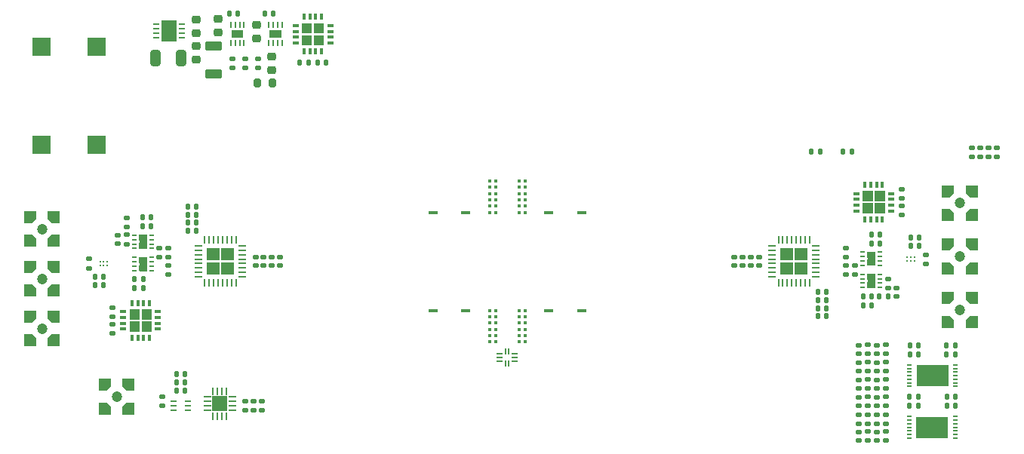
<source format=gbr>
%TF.GenerationSoftware,KiCad,Pcbnew,7.0.9*%
%TF.CreationDate,2023-12-11T14:06:03-05:00*%
%TF.ProjectId,pixel_char_fall2023,70697865-6c5f-4636-9861-725f66616c6c,rev?*%
%TF.SameCoordinates,Original*%
%TF.FileFunction,Paste,Top*%
%TF.FilePolarity,Positive*%
%FSLAX46Y46*%
G04 Gerber Fmt 4.6, Leading zero omitted, Abs format (unit mm)*
G04 Created by KiCad (PCBNEW 7.0.9) date 2023-12-11 14:06:03*
%MOMM*%
%LPD*%
G01*
G04 APERTURE LIST*
G04 Aperture macros list*
%AMRoundRect*
0 Rectangle with rounded corners*
0 $1 Rounding radius*
0 $2 $3 $4 $5 $6 $7 $8 $9 X,Y pos of 4 corners*
0 Add a 4 corners polygon primitive as box body*
4,1,4,$2,$3,$4,$5,$6,$7,$8,$9,$2,$3,0*
0 Add four circle primitives for the rounded corners*
1,1,$1+$1,$2,$3*
1,1,$1+$1,$4,$5*
1,1,$1+$1,$6,$7*
1,1,$1+$1,$8,$9*
0 Add four rect primitives between the rounded corners*
20,1,$1+$1,$2,$3,$4,$5,0*
20,1,$1+$1,$4,$5,$6,$7,0*
20,1,$1+$1,$6,$7,$8,$9,0*
20,1,$1+$1,$8,$9,$2,$3,0*%
%AMOutline5P*
0 Free polygon, 5 corners , with rotation*
0 The origin of the aperture is its center*
0 number of corners: always 5*
0 $1 to $10 corner X, Y*
0 $11 Rotation angle, in degrees counterclockwise*
0 create outline with 5 corners*
4,1,5,$1,$2,$3,$4,$5,$6,$7,$8,$9,$10,$1,$2,$11*%
%AMOutline6P*
0 Free polygon, 6 corners , with rotation*
0 The origin of the aperture is its center*
0 number of corners: always 6*
0 $1 to $12 corner X, Y*
0 $13 Rotation angle, in degrees counterclockwise*
0 create outline with 6 corners*
4,1,6,$1,$2,$3,$4,$5,$6,$7,$8,$9,$10,$11,$12,$1,$2,$13*%
%AMOutline7P*
0 Free polygon, 7 corners , with rotation*
0 The origin of the aperture is its center*
0 number of corners: always 7*
0 $1 to $14 corner X, Y*
0 $15 Rotation angle, in degrees counterclockwise*
0 create outline with 7 corners*
4,1,7,$1,$2,$3,$4,$5,$6,$7,$8,$9,$10,$11,$12,$13,$14,$1,$2,$15*%
%AMOutline8P*
0 Free polygon, 8 corners , with rotation*
0 The origin of the aperture is its center*
0 number of corners: always 8*
0 $1 to $16 corner X, Y*
0 $17 Rotation angle, in degrees counterclockwise*
0 create outline with 8 corners*
4,1,8,$1,$2,$3,$4,$5,$6,$7,$8,$9,$10,$11,$12,$13,$14,$15,$16,$1,$2,$17*%
G04 Aperture macros list end*
%ADD10R,0.558800X0.203200*%
%ADD11R,3.606800X2.387600*%
%ADD12R,0.812800X0.254000*%
%ADD13R,0.254000X0.812800*%
%ADD14RoundRect,0.140000X0.170000X-0.140000X0.170000X0.140000X-0.170000X0.140000X-0.170000X-0.140000X0*%
%ADD15C,1.200000*%
%ADD16Outline5P,-0.650000X0.260000X-0.260000X0.650000X0.650000X0.650000X0.650000X-0.650000X-0.650000X-0.650000X180.000000*%
%ADD17Outline5P,-0.650000X0.260000X-0.260000X0.650000X0.650000X0.650000X0.650000X-0.650000X-0.650000X-0.650000X270.000000*%
%ADD18Outline5P,-0.650000X0.260000X-0.260000X0.650000X0.650000X0.650000X0.650000X-0.650000X-0.650000X-0.650000X90.000000*%
%ADD19Outline5P,-0.650000X0.260000X-0.260000X0.650000X0.650000X0.650000X0.650000X-0.650000X-0.650000X-0.650000X0.000000*%
%ADD20RoundRect,0.135000X0.185000X-0.135000X0.185000X0.135000X-0.185000X0.135000X-0.185000X-0.135000X0*%
%ADD21RoundRect,0.140000X0.140000X0.170000X-0.140000X0.170000X-0.140000X-0.170000X0.140000X-0.170000X0*%
%ADD22RoundRect,0.140000X-0.170000X0.140000X-0.170000X-0.140000X0.170000X-0.140000X0.170000X0.140000X0*%
%ADD23RoundRect,0.140000X-0.140000X-0.170000X0.140000X-0.170000X0.140000X0.170000X-0.140000X0.170000X0*%
%ADD24R,2.000000X2.000000*%
%ADD25RoundRect,0.135000X0.135000X0.185000X-0.135000X0.185000X-0.135000X-0.185000X0.135000X-0.185000X0*%
%ADD26RoundRect,0.079500X-0.079500X-0.100500X0.079500X-0.100500X0.079500X0.100500X-0.079500X0.100500X0*%
%ADD27R,0.499999X0.249999*%
%ADD28R,0.900001X1.599999*%
%ADD29R,1.651000X1.651000*%
%ADD30RoundRect,0.135000X-0.185000X0.135000X-0.185000X-0.135000X0.185000X-0.135000X0.185000X0.135000X0*%
%ADD31RoundRect,0.079500X0.079500X0.100500X-0.079500X0.100500X-0.079500X-0.100500X0.079500X-0.100500X0*%
%ADD32RoundRect,0.225000X-0.250000X0.225000X-0.250000X-0.225000X0.250000X-0.225000X0.250000X0.225000X0*%
%ADD33R,1.016000X0.457200*%
%ADD34R,0.203200X0.711200*%
%ADD35R,1.295400X0.889000*%
%ADD36C,0.254000*%
%ADD37R,0.711200X0.304800*%
%ADD38R,0.304800X0.711200*%
%ADD39RoundRect,0.250000X-0.325000X-0.650000X0.325000X-0.650000X0.325000X0.650000X-0.325000X0.650000X0*%
%ADD40RoundRect,0.135000X-0.135000X-0.185000X0.135000X-0.185000X0.135000X0.185000X-0.135000X0.185000X0*%
%ADD41R,0.787400X0.254000*%
%ADD42R,1.752600X2.489200*%
%ADD43R,0.203200X0.762000*%
%ADD44R,0.762000X0.203200*%
%ADD45RoundRect,0.250000X-0.700000X0.275000X-0.700000X-0.275000X0.700000X-0.275000X0.700000X0.275000X0*%
%ADD46R,0.711200X0.228600*%
%ADD47RoundRect,0.225000X0.250000X-0.225000X0.250000X0.225000X-0.250000X0.225000X-0.250000X-0.225000X0*%
%ADD48RoundRect,0.200000X0.200000X0.275000X-0.200000X0.275000X-0.200000X-0.275000X0.200000X-0.275000X0*%
G04 APERTURE END LIST*
%TO.C,U3*%
G36*
X181825200Y-104075200D02*
G01*
X180425000Y-104075200D01*
X180425000Y-102675000D01*
X181825200Y-102675000D01*
X181825200Y-104075200D01*
G37*
G36*
X181825200Y-102475000D02*
G01*
X180425000Y-102475000D01*
X180425000Y-101074800D01*
X181825200Y-101074800D01*
X181825200Y-102475000D01*
G37*
G36*
X180225000Y-104075200D02*
G01*
X178824800Y-104075200D01*
X178824800Y-102675000D01*
X180225000Y-102675000D01*
X180225000Y-104075200D01*
G37*
G36*
X180225000Y-102475000D02*
G01*
X178824800Y-102475000D01*
X178824800Y-101074800D01*
X180225000Y-101074800D01*
X180225000Y-102475000D01*
G37*
%TO.C,U2*%
G36*
X115875000Y-102475000D02*
G01*
X114474800Y-102475000D01*
X114474800Y-101074800D01*
X115875000Y-101074800D01*
X115875000Y-102475000D01*
G37*
G36*
X115875000Y-104075200D02*
G01*
X114474800Y-104075200D01*
X114474800Y-102675000D01*
X115875000Y-102675000D01*
X115875000Y-104075200D01*
G37*
G36*
X117475200Y-102475000D02*
G01*
X116075000Y-102475000D01*
X116075000Y-101074800D01*
X117475200Y-101074800D01*
X117475200Y-102475000D01*
G37*
G36*
X117475200Y-104075200D02*
G01*
X116075000Y-104075200D01*
X116075000Y-102675000D01*
X117475200Y-102675000D01*
X117475200Y-104075200D01*
G37*
%TO.C,U19*%
G36*
X107710561Y-99575944D02*
G01*
X107719753Y-99578733D01*
X107728224Y-99583262D01*
X107735648Y-99589355D01*
X107741742Y-99596780D01*
X107746270Y-99605250D01*
X107749059Y-99614443D01*
X107750002Y-99624003D01*
X107750002Y-100226004D01*
X107749059Y-100235564D01*
X107746270Y-100244756D01*
X107741742Y-100253227D01*
X107735648Y-100260652D01*
X107728224Y-100266745D01*
X107719753Y-100271274D01*
X107710561Y-100274063D01*
X107701000Y-100275005D01*
X106899000Y-100275005D01*
X106889439Y-100274063D01*
X106880247Y-100271274D01*
X106871776Y-100266745D01*
X106864352Y-100260652D01*
X106858258Y-100253227D01*
X106853730Y-100244756D01*
X106850941Y-100235564D01*
X106849998Y-100226004D01*
X106849998Y-99624003D01*
X106850941Y-99614443D01*
X106853730Y-99605250D01*
X106858258Y-99596780D01*
X106864352Y-99589355D01*
X106871776Y-99583262D01*
X106880247Y-99578733D01*
X106889439Y-99575944D01*
X106899000Y-99575004D01*
X107701000Y-99575004D01*
X107710561Y-99575944D01*
G37*
G36*
X107710561Y-100475942D02*
G01*
X107719753Y-100478731D01*
X107728224Y-100483260D01*
X107735648Y-100489353D01*
X107741742Y-100496778D01*
X107746270Y-100505249D01*
X107749059Y-100514441D01*
X107750002Y-100524001D01*
X107750002Y-101126002D01*
X107749059Y-101135562D01*
X107746270Y-101144755D01*
X107741742Y-101153226D01*
X107735648Y-101160650D01*
X107728224Y-101166743D01*
X107719753Y-101171272D01*
X107710561Y-101174061D01*
X107701000Y-101175003D01*
X106899000Y-101175003D01*
X106889439Y-101174061D01*
X106880247Y-101171272D01*
X106871776Y-101166743D01*
X106864352Y-101160650D01*
X106858258Y-101153226D01*
X106853730Y-101144755D01*
X106850941Y-101135562D01*
X106849998Y-101126002D01*
X106849998Y-100524001D01*
X106850941Y-100514441D01*
X106853730Y-100505249D01*
X106858258Y-100496778D01*
X106864352Y-100489353D01*
X106871776Y-100483260D01*
X106880247Y-100478731D01*
X106889439Y-100475942D01*
X106899000Y-100475002D01*
X107701000Y-100475002D01*
X107710561Y-100475942D01*
G37*
%TO.C,U7*%
G36*
X118522700Y-77469500D02*
G01*
X117227300Y-77469500D01*
X117227300Y-76580500D01*
X118522700Y-76580500D01*
X118522700Y-77469500D01*
G37*
%TO.C,U9*%
G36*
X127589300Y-78321201D02*
G01*
X126443100Y-78321201D01*
X126443100Y-77175001D01*
X127589300Y-77175001D01*
X127589300Y-78321201D01*
G37*
G36*
X127589300Y-76975001D02*
G01*
X126443100Y-76975001D01*
X126443100Y-75828801D01*
X127589300Y-75828801D01*
X127589300Y-76975001D01*
G37*
G36*
X126243100Y-78321201D02*
G01*
X125096900Y-78321201D01*
X125096900Y-77175001D01*
X126243100Y-77175001D01*
X126243100Y-78321201D01*
G37*
G36*
X126243100Y-76975001D02*
G01*
X125096900Y-76975001D01*
X125096900Y-75828801D01*
X126243100Y-75828801D01*
X126243100Y-76975001D01*
G37*
%TO.C,U15*%
G36*
X189410561Y-104875937D02*
G01*
X189419753Y-104878726D01*
X189428224Y-104883255D01*
X189435648Y-104889348D01*
X189441742Y-104896773D01*
X189446270Y-104905244D01*
X189449059Y-104914436D01*
X189450002Y-104923996D01*
X189450002Y-105525997D01*
X189449059Y-105535557D01*
X189446270Y-105544750D01*
X189441742Y-105553220D01*
X189435648Y-105560645D01*
X189428224Y-105566738D01*
X189419753Y-105571267D01*
X189410561Y-105574056D01*
X189401000Y-105574996D01*
X188599000Y-105574996D01*
X188589439Y-105574056D01*
X188580247Y-105571267D01*
X188571776Y-105566738D01*
X188564352Y-105560645D01*
X188558258Y-105553220D01*
X188553730Y-105544750D01*
X188550941Y-105535557D01*
X188549998Y-105525997D01*
X188549998Y-104923996D01*
X188550941Y-104914436D01*
X188553730Y-104905244D01*
X188558258Y-104896773D01*
X188564352Y-104889348D01*
X188571776Y-104883255D01*
X188580247Y-104878726D01*
X188589439Y-104875937D01*
X188599000Y-104874995D01*
X189401000Y-104874995D01*
X189410561Y-104875937D01*
G37*
G36*
X189410561Y-103975939D02*
G01*
X189419753Y-103978728D01*
X189428224Y-103983257D01*
X189435648Y-103989350D01*
X189441742Y-103996774D01*
X189446270Y-104005245D01*
X189449059Y-104014438D01*
X189450002Y-104023998D01*
X189450002Y-104625999D01*
X189449059Y-104635559D01*
X189446270Y-104644751D01*
X189441742Y-104653222D01*
X189435648Y-104660647D01*
X189428224Y-104666740D01*
X189419753Y-104671269D01*
X189410561Y-104674058D01*
X189401000Y-104674998D01*
X188599000Y-104674998D01*
X188589439Y-104674058D01*
X188580247Y-104671269D01*
X188571776Y-104666740D01*
X188564352Y-104660647D01*
X188558258Y-104653222D01*
X188553730Y-104644751D01*
X188550941Y-104635559D01*
X188549998Y-104625999D01*
X188549998Y-104023998D01*
X188550941Y-104014438D01*
X188553730Y-104005245D01*
X188558258Y-103996774D01*
X188564352Y-103989350D01*
X188571776Y-103983257D01*
X188580247Y-103978728D01*
X188589439Y-103975939D01*
X188599000Y-103974997D01*
X189401000Y-103974997D01*
X189410561Y-103975939D01*
G37*
%TO.C,U8*%
G36*
X122778299Y-77507000D02*
G01*
X121482899Y-77507000D01*
X121482899Y-76618000D01*
X122778299Y-76618000D01*
X122778299Y-77507000D01*
G37*
%TO.C,U17*%
G36*
X107710561Y-102975937D02*
G01*
X107719753Y-102978726D01*
X107728224Y-102983255D01*
X107735648Y-102989348D01*
X107741742Y-102996773D01*
X107746270Y-103005244D01*
X107749059Y-103014436D01*
X107750002Y-103023996D01*
X107750002Y-103625997D01*
X107749059Y-103635557D01*
X107746270Y-103644750D01*
X107741742Y-103653220D01*
X107735648Y-103660645D01*
X107728224Y-103666738D01*
X107719753Y-103671267D01*
X107710561Y-103674056D01*
X107701000Y-103674996D01*
X106899000Y-103674996D01*
X106889439Y-103674056D01*
X106880247Y-103671267D01*
X106871776Y-103666738D01*
X106864352Y-103660645D01*
X106858258Y-103653220D01*
X106853730Y-103644750D01*
X106850941Y-103635557D01*
X106849998Y-103625997D01*
X106849998Y-103023996D01*
X106850941Y-103014436D01*
X106853730Y-103005244D01*
X106858258Y-102996773D01*
X106864352Y-102989348D01*
X106871776Y-102983255D01*
X106880247Y-102978726D01*
X106889439Y-102975937D01*
X106899000Y-102974995D01*
X107701000Y-102974995D01*
X107710561Y-102975937D01*
G37*
G36*
X107710561Y-102075939D02*
G01*
X107719753Y-102078728D01*
X107728224Y-102083257D01*
X107735648Y-102089350D01*
X107741742Y-102096774D01*
X107746270Y-102105245D01*
X107749059Y-102114438D01*
X107750002Y-102123998D01*
X107750002Y-102725999D01*
X107749059Y-102735559D01*
X107746270Y-102744751D01*
X107741742Y-102753222D01*
X107735648Y-102760647D01*
X107728224Y-102766740D01*
X107719753Y-102771269D01*
X107710561Y-102774058D01*
X107701000Y-102774998D01*
X106899000Y-102774998D01*
X106889439Y-102774058D01*
X106880247Y-102771269D01*
X106871776Y-102766740D01*
X106864352Y-102760647D01*
X106858258Y-102753222D01*
X106853730Y-102744751D01*
X106850941Y-102735559D01*
X106849998Y-102725999D01*
X106849998Y-102123998D01*
X106850941Y-102114438D01*
X106853730Y-102105245D01*
X106858258Y-102096774D01*
X106864352Y-102089350D01*
X106871776Y-102083257D01*
X106880247Y-102078728D01*
X106889439Y-102075939D01*
X106899000Y-102074997D01*
X107701000Y-102074997D01*
X107710561Y-102075939D01*
G37*
%TO.C,U14*%
G36*
X190521200Y-95836100D02*
G01*
X189375000Y-95836100D01*
X189375000Y-94689900D01*
X190521200Y-94689900D01*
X190521200Y-95836100D01*
G37*
G36*
X189175000Y-95836100D02*
G01*
X188028800Y-95836100D01*
X188028800Y-94689900D01*
X189175000Y-94689900D01*
X189175000Y-95836100D01*
G37*
G36*
X190521200Y-97182300D02*
G01*
X189375000Y-97182300D01*
X189375000Y-96036100D01*
X190521200Y-96036100D01*
X190521200Y-97182300D01*
G37*
G36*
X189175000Y-97182300D02*
G01*
X188028800Y-97182300D01*
X188028800Y-96036100D01*
X189175000Y-96036100D01*
X189175000Y-97182300D01*
G37*
%TO.C,U18*%
G36*
X106925000Y-110460100D02*
G01*
X105778800Y-110460100D01*
X105778800Y-109313900D01*
X106925000Y-109313900D01*
X106925000Y-110460100D01*
G37*
G36*
X108271200Y-110460100D02*
G01*
X107125000Y-110460100D01*
X107125000Y-109313900D01*
X108271200Y-109313900D01*
X108271200Y-110460100D01*
G37*
G36*
X106925000Y-109113900D02*
G01*
X105778800Y-109113900D01*
X105778800Y-107967700D01*
X106925000Y-107967700D01*
X106925000Y-109113900D01*
G37*
G36*
X108271200Y-109113900D02*
G01*
X107125000Y-109113900D01*
X107125000Y-107967700D01*
X108271200Y-107967700D01*
X108271200Y-109113900D01*
G37*
%TO.C,U13*%
G36*
X189410561Y-101475944D02*
G01*
X189419753Y-101478733D01*
X189428224Y-101483262D01*
X189435648Y-101489355D01*
X189441742Y-101496780D01*
X189446270Y-101505250D01*
X189449059Y-101514443D01*
X189450002Y-101524003D01*
X189450002Y-102126004D01*
X189449059Y-102135564D01*
X189446270Y-102144756D01*
X189441742Y-102153227D01*
X189435648Y-102160652D01*
X189428224Y-102166745D01*
X189419753Y-102171274D01*
X189410561Y-102174063D01*
X189401000Y-102175005D01*
X188599000Y-102175005D01*
X188589439Y-102174063D01*
X188580247Y-102171274D01*
X188571776Y-102166745D01*
X188564352Y-102160652D01*
X188558258Y-102153227D01*
X188553730Y-102144756D01*
X188550941Y-102135564D01*
X188549998Y-102126004D01*
X188549998Y-101524003D01*
X188550941Y-101514443D01*
X188553730Y-101505250D01*
X188558258Y-101496780D01*
X188564352Y-101489355D01*
X188571776Y-101483262D01*
X188580247Y-101478733D01*
X188589439Y-101475944D01*
X188599000Y-101475004D01*
X189401000Y-101475004D01*
X189410561Y-101475944D01*
G37*
G36*
X189410561Y-102375942D02*
G01*
X189419753Y-102378731D01*
X189428224Y-102383260D01*
X189435648Y-102389353D01*
X189441742Y-102396778D01*
X189446270Y-102405249D01*
X189449059Y-102414441D01*
X189450002Y-102424001D01*
X189450002Y-103026002D01*
X189449059Y-103035562D01*
X189446270Y-103044755D01*
X189441742Y-103053226D01*
X189435648Y-103060650D01*
X189428224Y-103066743D01*
X189419753Y-103071272D01*
X189410561Y-103074061D01*
X189401000Y-103075003D01*
X188599000Y-103075003D01*
X188589439Y-103074061D01*
X188580247Y-103071272D01*
X188571776Y-103066743D01*
X188564352Y-103060650D01*
X188558258Y-103053226D01*
X188553730Y-103044755D01*
X188550941Y-103035562D01*
X188549998Y-103026002D01*
X188549998Y-102424001D01*
X188550941Y-102414441D01*
X188553730Y-102405249D01*
X188558258Y-102396778D01*
X188564352Y-102389353D01*
X188571776Y-102383260D01*
X188580247Y-102378731D01*
X188589439Y-102375942D01*
X188599000Y-102375002D01*
X189401000Y-102375002D01*
X189410561Y-102375942D01*
G37*
%TD*%
D10*
%TO.C,U11*%
X193271900Y-114210000D03*
X193271900Y-114609999D03*
X193271900Y-115010001D03*
X193271900Y-115410000D03*
X193271900Y-115809999D03*
X193271900Y-116210001D03*
X193271900Y-116610000D03*
X198428100Y-116610000D03*
X198428100Y-116210001D03*
X198428100Y-115809999D03*
X198428100Y-115410000D03*
X198428100Y-115010001D03*
X198428100Y-114609999D03*
X198428100Y-114210000D03*
D11*
X195850000Y-115410000D03*
%TD*%
D10*
%TO.C,U10*%
X193260950Y-120010000D03*
X193260950Y-120409999D03*
X193260950Y-120810001D03*
X193260950Y-121210000D03*
X193260950Y-121609999D03*
X193260950Y-122010001D03*
X193260950Y-122410000D03*
X198417150Y-122410000D03*
X198417150Y-122010001D03*
X198417150Y-121609999D03*
X198417150Y-121210000D03*
X198417150Y-120810001D03*
X198417150Y-120409999D03*
X198417150Y-120010000D03*
D11*
X195839050Y-121210000D03*
%TD*%
D12*
%TO.C,U3*%
X182776100Y-104324999D03*
X182776100Y-103825000D03*
X182776100Y-103325001D03*
X182776100Y-102825000D03*
X182776100Y-102325000D03*
X182776100Y-101824999D03*
X182776100Y-101325000D03*
X182776100Y-100825001D03*
D13*
X182074999Y-100123900D03*
X181575000Y-100123900D03*
X181075001Y-100123900D03*
X180575000Y-100123900D03*
X180075000Y-100123900D03*
X179574999Y-100123900D03*
X179075000Y-100123900D03*
X178575001Y-100123900D03*
D12*
X177873900Y-100825001D03*
X177873900Y-101325000D03*
X177873900Y-101824999D03*
X177873900Y-102325000D03*
X177873900Y-102825000D03*
X177873900Y-103325001D03*
X177873900Y-103825000D03*
X177873900Y-104324999D03*
D13*
X178575001Y-105026100D03*
X179075000Y-105026100D03*
X179574999Y-105026100D03*
X180075000Y-105026100D03*
X180575000Y-105026100D03*
X181075001Y-105026100D03*
X181575000Y-105026100D03*
X182074999Y-105026100D03*
%TD*%
D12*
%TO.C,U2*%
X113523900Y-100825001D03*
X113523900Y-101325000D03*
X113523900Y-101824999D03*
X113523900Y-102325000D03*
X113523900Y-102825000D03*
X113523900Y-103325001D03*
X113523900Y-103825000D03*
X113523900Y-104324999D03*
D13*
X114225001Y-105026100D03*
X114725000Y-105026100D03*
X115224999Y-105026100D03*
X115725000Y-105026100D03*
X116225000Y-105026100D03*
X116725001Y-105026100D03*
X117225000Y-105026100D03*
X117724999Y-105026100D03*
D12*
X118426100Y-104324999D03*
X118426100Y-103825000D03*
X118426100Y-103325001D03*
X118426100Y-102825000D03*
X118426100Y-102325000D03*
X118426100Y-101824999D03*
X118426100Y-101325000D03*
X118426100Y-100825001D03*
D13*
X117724999Y-100123900D03*
X117225000Y-100123900D03*
X116725001Y-100123900D03*
X116225000Y-100123900D03*
X115725000Y-100123900D03*
X115224999Y-100123900D03*
X114725000Y-100123900D03*
X114225001Y-100123900D03*
%TD*%
D14*
%TO.C,C86*%
X104450000Y-100605000D03*
X104450000Y-99645000D03*
%TD*%
D15*
%TO.C,J6*%
X198925000Y-102025000D03*
D16*
X197600000Y-100700000D03*
D17*
X197600000Y-103350000D03*
D18*
X200250000Y-100700000D03*
D19*
X200250000Y-103350000D03*
%TD*%
D20*
%TO.C,R20*%
X190875000Y-105545000D03*
X190875000Y-104525000D03*
%TD*%
D21*
%TO.C,C91*%
X111980000Y-116150000D03*
X111020000Y-116150000D03*
%TD*%
D14*
%TO.C,C57*%
X189625000Y-122690000D03*
X189625000Y-121730000D03*
%TD*%
D22*
%TO.C,C88*%
X119682000Y-118295001D03*
X119682000Y-119255001D03*
%TD*%
D23*
%TO.C,C71*%
X193425000Y-100850000D03*
X194385000Y-100850000D03*
%TD*%
D24*
%TO.C,J9*%
X95900000Y-78450000D03*
X102050000Y-78450000D03*
X95900000Y-89450000D03*
X102050000Y-89450000D03*
%TD*%
D25*
%TO.C,R2*%
X186820000Y-90225000D03*
X185800000Y-90225000D03*
%TD*%
D15*
%TO.C,J7*%
X95950000Y-98937500D03*
D19*
X97275000Y-100262500D03*
D18*
X97275000Y-97612500D03*
D17*
X94625000Y-100262500D03*
D16*
X94625000Y-97612500D03*
%TD*%
D14*
%TO.C,C68*%
X187625000Y-118780000D03*
X187625000Y-117820000D03*
%TD*%
D26*
%TO.C,C20*%
X149469500Y-110897500D03*
X150159500Y-110897500D03*
%TD*%
D20*
%TO.C,R5*%
X188625000Y-122720000D03*
X188625000Y-121700000D03*
%TD*%
D21*
%TO.C,C54*%
X198439850Y-117810000D03*
X197479850Y-117810000D03*
%TD*%
D20*
%TO.C,R11*%
X188625000Y-112980000D03*
X188625000Y-111960000D03*
%TD*%
D27*
%TO.C,U19*%
X106349999Y-99625002D03*
X106349999Y-100125000D03*
X106349999Y-100625002D03*
X106349999Y-101125001D03*
X108250001Y-101125001D03*
X108250001Y-100625002D03*
X108250001Y-100125000D03*
X108250001Y-99625002D03*
D28*
X107300000Y-100375000D03*
%TD*%
D12*
%TO.C,U20*%
X114503000Y-117799999D03*
X114503000Y-118300000D03*
X114503000Y-118800000D03*
X114503000Y-119300001D03*
D13*
X115149999Y-119947000D03*
X115650000Y-119947000D03*
X116150000Y-119947000D03*
X116650001Y-119947000D03*
D12*
X117297000Y-119300001D03*
X117297000Y-118800000D03*
X117297000Y-118300000D03*
X117297000Y-117799999D03*
D13*
X116650001Y-117153000D03*
X116150000Y-117153000D03*
X115650000Y-117153000D03*
X115149999Y-117153000D03*
D29*
X115900000Y-118550000D03*
%TD*%
D21*
%TO.C,C92*%
X111980000Y-117075000D03*
X111020000Y-117075000D03*
%TD*%
%TO.C,C51*%
X198410000Y-113010000D03*
X197450000Y-113010000D03*
%TD*%
D30*
%TO.C,R4*%
X190675000Y-121700000D03*
X190675000Y-122720000D03*
%TD*%
D21*
%TO.C,C53*%
X198439850Y-118810000D03*
X197479850Y-118810000D03*
%TD*%
D22*
%TO.C,C43*%
X118758899Y-79860800D03*
X118758899Y-80820800D03*
%TD*%
D15*
%TO.C,J1*%
X104328000Y-117775001D03*
D19*
X105653000Y-119100001D03*
D18*
X105653000Y-116450001D03*
D17*
X103003000Y-119100001D03*
D16*
X103003000Y-116450001D03*
%TD*%
D30*
%TO.C,R22*%
X101200000Y-102315000D03*
X101200000Y-103335000D03*
%TD*%
%TO.C,R24*%
X110125000Y-101105000D03*
X110125000Y-102125000D03*
%TD*%
D26*
%TO.C,C10*%
X149469500Y-95672500D03*
X150159500Y-95672500D03*
%TD*%
D21*
%TO.C,C96*%
X183985000Y-105975000D03*
X183025000Y-105975000D03*
%TD*%
D22*
%TO.C,C42*%
X120233899Y-79860800D03*
X120233899Y-80820800D03*
%TD*%
D21*
%TO.C,C90*%
X111980000Y-115225000D03*
X111020000Y-115225000D03*
%TD*%
D31*
%TO.C,C15*%
X146849500Y-109497500D03*
X146159500Y-109497500D03*
%TD*%
%TO.C,C16*%
X146849500Y-110197500D03*
X146159500Y-110197500D03*
%TD*%
D20*
%TO.C,R19*%
X187175000Y-104045000D03*
X187175000Y-103025000D03*
%TD*%
D14*
%TO.C,C35*%
X201225000Y-90810000D03*
X201225000Y-89850000D03*
%TD*%
%TO.C,C76*%
X192425000Y-97350000D03*
X192425000Y-96390000D03*
%TD*%
D26*
%TO.C,C7*%
X149469500Y-93572500D03*
X150159500Y-93572500D03*
%TD*%
D21*
%TO.C,C31*%
X183985000Y-108750000D03*
X183025000Y-108750000D03*
%TD*%
%TO.C,C81*%
X102875000Y-105250000D03*
X101915000Y-105250000D03*
%TD*%
D23*
%TO.C,C45*%
X120920600Y-74765800D03*
X121880600Y-74765800D03*
%TD*%
D26*
%TO.C,C8*%
X149469500Y-94272500D03*
X150159500Y-94272500D03*
%TD*%
D30*
%TO.C,R25*%
X109125000Y-101105000D03*
X109125000Y-102125000D03*
%TD*%
%TO.C,R28*%
X109403000Y-117780001D03*
X109403000Y-118800001D03*
%TD*%
D14*
%TO.C,C62*%
X187625000Y-120790000D03*
X187625000Y-119830000D03*
%TD*%
%TO.C,C26*%
X122675000Y-103055000D03*
X122675000Y-102095000D03*
%TD*%
D23*
%TO.C,C73*%
X188100000Y-106525000D03*
X189060000Y-106525000D03*
%TD*%
D21*
%TO.C,C82*%
X108200000Y-98625000D03*
X107240000Y-98625000D03*
%TD*%
D32*
%TO.C,C39*%
X113218699Y-78390800D03*
X113218699Y-79940800D03*
%TD*%
D26*
%TO.C,C11*%
X149469500Y-96372500D03*
X150159500Y-96372500D03*
%TD*%
D30*
%TO.C,R8*%
X190675000Y-119800000D03*
X190675000Y-120820000D03*
%TD*%
D21*
%TO.C,C95*%
X183985000Y-106900000D03*
X183025000Y-106900000D03*
%TD*%
D23*
%TO.C,C50*%
X193350000Y-112025000D03*
X194310000Y-112025000D03*
%TD*%
D33*
%TO.C,PD1*%
X139818000Y-97085000D03*
X143501000Y-97085000D03*
%TD*%
D26*
%TO.C,C22*%
X149469500Y-109497500D03*
X150159500Y-109497500D03*
%TD*%
D31*
%TO.C,C2*%
X146849500Y-96372500D03*
X146159500Y-96372500D03*
%TD*%
D32*
%TO.C,C46*%
X120000000Y-76000000D03*
X120000000Y-77550000D03*
%TD*%
D14*
%TO.C,C75*%
X192425000Y-95485000D03*
X192425000Y-94525000D03*
%TD*%
D23*
%TO.C,C48*%
X126843100Y-80275001D03*
X127803100Y-80275001D03*
%TD*%
D20*
%TO.C,R18*%
X186175000Y-104045000D03*
X186175000Y-103025000D03*
%TD*%
D15*
%TO.C,J4*%
X198925000Y-96025000D03*
D16*
X197600000Y-94700000D03*
D17*
X197600000Y-97350000D03*
D18*
X200250000Y-94700000D03*
D19*
X200250000Y-97350000D03*
%TD*%
D34*
%TO.C,U7*%
X117124999Y-78028300D03*
X117625000Y-78028300D03*
X118125000Y-78028300D03*
X118625001Y-78028300D03*
X118625001Y-76021700D03*
X118125000Y-76021700D03*
X117625000Y-76021700D03*
X117124999Y-76021700D03*
D35*
X117875000Y-77025000D03*
%TD*%
D20*
%TO.C,R15*%
X188625000Y-118810000D03*
X188625000Y-117790000D03*
%TD*%
D36*
%TO.C,U12*%
X193025000Y-102125000D03*
X193425000Y-102125000D03*
X193825000Y-102125000D03*
X193025000Y-102525000D03*
X193425000Y-102525000D03*
X193825000Y-102525000D03*
%TD*%
D14*
%TO.C,C63*%
X189625000Y-112950000D03*
X189625000Y-111990000D03*
%TD*%
D30*
%TO.C,R17*%
X186175000Y-101105000D03*
X186175000Y-102125000D03*
%TD*%
D23*
%TO.C,C78*%
X106350000Y-104600000D03*
X107310000Y-104600000D03*
%TD*%
D14*
%TO.C,C60*%
X187625000Y-114900000D03*
X187625000Y-113940000D03*
%TD*%
D22*
%TO.C,C87*%
X120607000Y-118295001D03*
X120607000Y-119255001D03*
%TD*%
D23*
%TO.C,C27*%
X112315000Y-97325000D03*
X113275000Y-97325000D03*
%TD*%
D21*
%TO.C,C52*%
X198410000Y-112010000D03*
X197450000Y-112010000D03*
%TD*%
D31*
%TO.C,C5*%
X146849500Y-94272500D03*
X146159500Y-94272500D03*
%TD*%
D37*
%TO.C,U9*%
X128286200Y-78050000D03*
X128286200Y-77400002D03*
X128286200Y-76750000D03*
X128286200Y-76100002D03*
D38*
X127318099Y-75131901D03*
X126668101Y-75131901D03*
X126018099Y-75131901D03*
X125368101Y-75131901D03*
D37*
X124400000Y-76100002D03*
X124400000Y-76750000D03*
X124400000Y-77400002D03*
X124400000Y-78050000D03*
D38*
X125368101Y-79018101D03*
X126018099Y-79018101D03*
X126668101Y-79018101D03*
X127318099Y-79018101D03*
%TD*%
D23*
%TO.C,C28*%
X112315000Y-96400000D03*
X113275000Y-96400000D03*
%TD*%
D27*
%TO.C,U15*%
X189950001Y-105524998D03*
X189950001Y-105025000D03*
X189950001Y-104524998D03*
X189950001Y-104024999D03*
X188049999Y-104024999D03*
X188049999Y-104524998D03*
X188049999Y-105025000D03*
X188049999Y-105524998D03*
D28*
X189000000Y-104775000D03*
%TD*%
D39*
%TO.C,C37*%
X108643699Y-79790800D03*
X111593699Y-79790800D03*
%TD*%
D30*
%TO.C,R10*%
X190675000Y-111960000D03*
X190675000Y-112980000D03*
%TD*%
D23*
%TO.C,C72*%
X193425000Y-99900000D03*
X194385000Y-99900000D03*
%TD*%
D14*
%TO.C,C66*%
X187625000Y-116840000D03*
X187625000Y-115880000D03*
%TD*%
D40*
%TO.C,R21*%
X189910000Y-106530000D03*
X190930000Y-106530000D03*
%TD*%
D26*
%TO.C,C19*%
X149469500Y-111597500D03*
X150159500Y-111597500D03*
%TD*%
D21*
%TO.C,C83*%
X108200000Y-97655000D03*
X107240000Y-97655000D03*
%TD*%
D31*
%TO.C,C6*%
X146849500Y-93572500D03*
X146159500Y-93572500D03*
%TD*%
%TO.C,C17*%
X146849500Y-110897500D03*
X146159500Y-110897500D03*
%TD*%
D41*
%TO.C,U6*%
X111654199Y-77465801D03*
X111654199Y-76965800D03*
X111654199Y-76465800D03*
X111654199Y-75965799D03*
X108733199Y-75965799D03*
X108733199Y-76465800D03*
X108733199Y-76965800D03*
X108733199Y-77465801D03*
D42*
X110193699Y-76715800D03*
%TD*%
D30*
%TO.C,R14*%
X190675000Y-117790000D03*
X190675000Y-118810000D03*
%TD*%
D23*
%TO.C,C74*%
X188100000Y-107495000D03*
X189060000Y-107495000D03*
%TD*%
D26*
%TO.C,C23*%
X149469500Y-108797500D03*
X150159500Y-108797500D03*
%TD*%
D30*
%TO.C,R27*%
X105425000Y-97680000D03*
X105425000Y-98700000D03*
%TD*%
D33*
%TO.C,PD4*%
X156501000Y-108085000D03*
X152818000Y-108085000D03*
%TD*%
D14*
%TO.C,C61*%
X189625000Y-120790000D03*
X189625000Y-119830000D03*
%TD*%
D23*
%TO.C,C55*%
X193279850Y-118810000D03*
X194239850Y-118810000D03*
%TD*%
D33*
%TO.C,PD2*%
X156501000Y-97085000D03*
X152818000Y-97085000D03*
%TD*%
D23*
%TO.C,C36*%
X116970599Y-74762500D03*
X117930599Y-74762500D03*
%TD*%
D14*
%TO.C,C58*%
X187625000Y-122690000D03*
X187625000Y-121730000D03*
%TD*%
D22*
%TO.C,C89*%
X118757000Y-118295001D03*
X118757000Y-119255001D03*
%TD*%
D32*
%TO.C,C41*%
X115750000Y-75325000D03*
X115750000Y-76875000D03*
%TD*%
D33*
%TO.C,PD3*%
X139818000Y-108085000D03*
X143501000Y-108085000D03*
%TD*%
D22*
%TO.C,C85*%
X103875000Y-107800000D03*
X103875000Y-108760000D03*
%TD*%
D34*
%TO.C,U8*%
X121380598Y-78065800D03*
X121880599Y-78065800D03*
X122380599Y-78065800D03*
X122880600Y-78065800D03*
X122880600Y-76059200D03*
X122380599Y-76059200D03*
X121880599Y-76059200D03*
X121380598Y-76059200D03*
D35*
X122130599Y-77062500D03*
%TD*%
D15*
%TO.C,J3*%
X95950000Y-110112500D03*
D19*
X97275000Y-111437500D03*
D18*
X97275000Y-108787500D03*
D17*
X94625000Y-111437500D03*
D16*
X94625000Y-108787500D03*
%TD*%
D14*
%TO.C,C34*%
X202150000Y-90810000D03*
X202150000Y-89850000D03*
%TD*%
%TO.C,C77*%
X191820000Y-106500000D03*
X191820000Y-105540000D03*
%TD*%
D26*
%TO.C,C9*%
X149469500Y-94972500D03*
X150159500Y-94972500D03*
%TD*%
D22*
%TO.C,C84*%
X103875000Y-109665000D03*
X103875000Y-110625000D03*
%TD*%
D21*
%TO.C,C32*%
X183985000Y-107825000D03*
X183025000Y-107825000D03*
%TD*%
D23*
%TO.C,C47*%
X124883100Y-80275001D03*
X125843100Y-80275001D03*
%TD*%
D21*
%TO.C,C69*%
X189950000Y-100550000D03*
X188990000Y-100550000D03*
%TD*%
D14*
%TO.C,C99*%
X120825000Y-103055000D03*
X120825000Y-102095000D03*
%TD*%
D43*
%TO.C,U4*%
X148326900Y-112676900D03*
X147926900Y-112676900D03*
D44*
X147250600Y-112950001D03*
X147250600Y-113350000D03*
X147250600Y-113749999D03*
D43*
X147926900Y-114023100D03*
X148326900Y-114023100D03*
D44*
X149003200Y-113749999D03*
X149003200Y-113350000D03*
X149003200Y-112950001D03*
%TD*%
D23*
%TO.C,C79*%
X106350000Y-105550000D03*
X107310000Y-105550000D03*
%TD*%
D22*
%TO.C,C44*%
X117280599Y-79860800D03*
X117280599Y-80820800D03*
%TD*%
D20*
%TO.C,R23*%
X110125000Y-104045000D03*
X110125000Y-103025000D03*
%TD*%
D22*
%TO.C,C93*%
X175475000Y-102095000D03*
X175475000Y-103055000D03*
%TD*%
D23*
%TO.C,C56*%
X193289850Y-117810000D03*
X194249850Y-117810000D03*
%TD*%
D36*
%TO.C,U16*%
X103275000Y-103025000D03*
X102875000Y-103025000D03*
X102475000Y-103025000D03*
X103275000Y-102625000D03*
X102875000Y-102625000D03*
X102475000Y-102625000D03*
%TD*%
D27*
%TO.C,U17*%
X108250001Y-103624998D03*
X108250001Y-103125000D03*
X108250001Y-102624998D03*
X108250001Y-102124999D03*
X106349999Y-102124999D03*
X106349999Y-102624998D03*
X106349999Y-103125000D03*
X106349999Y-103624998D03*
D28*
X107300000Y-102875000D03*
%TD*%
D38*
%TO.C,U14*%
X190249999Y-93993000D03*
X189600001Y-93993000D03*
X188949999Y-93993000D03*
X188300001Y-93993000D03*
D37*
X187331900Y-94961101D03*
X187331900Y-95611099D03*
X187331900Y-96261101D03*
X187331900Y-96911099D03*
D38*
X188300001Y-97879200D03*
X188949999Y-97879200D03*
X189600001Y-97879200D03*
X190249999Y-97879200D03*
D37*
X191218100Y-96911099D03*
X191218100Y-96261101D03*
X191218100Y-95611099D03*
X191218100Y-94961101D03*
%TD*%
D45*
%TO.C,FB1*%
X115230599Y-78415800D03*
X115230599Y-81565800D03*
%TD*%
D23*
%TO.C,C49*%
X193345000Y-113025000D03*
X194305000Y-113025000D03*
%TD*%
D30*
%TO.C,R6*%
X190675000Y-113910000D03*
X190675000Y-114930000D03*
%TD*%
D38*
%TO.C,U18*%
X106050001Y-111157000D03*
X106699999Y-111157000D03*
X107350001Y-111157000D03*
X107999999Y-111157000D03*
D37*
X108968100Y-110188899D03*
X108968100Y-109538901D03*
X108968100Y-108888899D03*
X108968100Y-108238901D03*
D38*
X107999999Y-107270800D03*
X107350001Y-107270800D03*
X106699999Y-107270800D03*
X106050001Y-107270800D03*
D37*
X105081900Y-108238901D03*
X105081900Y-108888899D03*
X105081900Y-109538901D03*
X105081900Y-110188899D03*
%TD*%
D22*
%TO.C,C29*%
X173625000Y-102095000D03*
X173625000Y-103055000D03*
%TD*%
D46*
%TO.C,U21*%
X112303900Y-119300000D03*
X112303900Y-118800001D03*
X112303900Y-118300002D03*
X110703700Y-118300002D03*
X110703700Y-118800001D03*
X110703700Y-119300000D03*
%TD*%
D31*
%TO.C,C13*%
X146849500Y-108097500D03*
X146159500Y-108097500D03*
%TD*%
D21*
%TO.C,C80*%
X102875000Y-104300000D03*
X101915000Y-104300000D03*
%TD*%
D14*
%TO.C,C25*%
X121750000Y-103055000D03*
X121750000Y-102095000D03*
%TD*%
D26*
%TO.C,C24*%
X149469500Y-108097500D03*
X150159500Y-108097500D03*
%TD*%
D20*
%TO.C,R16*%
X195100000Y-102835000D03*
X195100000Y-101815000D03*
%TD*%
D30*
%TO.C,R12*%
X190675000Y-115850000D03*
X190675000Y-116870000D03*
%TD*%
D14*
%TO.C,C67*%
X189625000Y-118780000D03*
X189625000Y-117820000D03*
%TD*%
D15*
%TO.C,J5*%
X95950000Y-104525000D03*
D19*
X97275000Y-105850000D03*
D18*
X97275000Y-103200000D03*
D17*
X94625000Y-105850000D03*
D16*
X94625000Y-103200000D03*
%TD*%
D32*
%TO.C,C40*%
X121708899Y-79565800D03*
X121708899Y-81115800D03*
%TD*%
D40*
%TO.C,R1*%
X182255000Y-90225000D03*
X183275000Y-90225000D03*
%TD*%
D31*
%TO.C,C14*%
X146849500Y-108797500D03*
X146159500Y-108797500D03*
%TD*%
D14*
%TO.C,C100*%
X119900000Y-103055000D03*
X119900000Y-102095000D03*
%TD*%
D15*
%TO.C,J8*%
X198925000Y-108025000D03*
D16*
X197600000Y-106700000D03*
D17*
X197600000Y-109350000D03*
D18*
X200250000Y-106700000D03*
D19*
X200250000Y-109350000D03*
%TD*%
D20*
%TO.C,R9*%
X188625000Y-120820000D03*
X188625000Y-119800000D03*
%TD*%
D47*
%TO.C,C38*%
X113218699Y-76965800D03*
X113218699Y-75415800D03*
%TD*%
D14*
%TO.C,C59*%
X189625000Y-114900000D03*
X189625000Y-113940000D03*
%TD*%
D26*
%TO.C,C21*%
X149469500Y-110197500D03*
X150159500Y-110197500D03*
%TD*%
D14*
%TO.C,C33*%
X203075000Y-90810000D03*
X203075000Y-89850000D03*
%TD*%
D22*
%TO.C,C30*%
X174550000Y-102095000D03*
X174550000Y-103055000D03*
%TD*%
D20*
%TO.C,R7*%
X188625000Y-114930000D03*
X188625000Y-113910000D03*
%TD*%
D31*
%TO.C,C4*%
X146849500Y-94972500D03*
X146159500Y-94972500D03*
%TD*%
D22*
%TO.C,C94*%
X176400000Y-102095000D03*
X176400000Y-103055000D03*
%TD*%
D14*
%TO.C,C65*%
X189625000Y-116840000D03*
X189625000Y-115880000D03*
%TD*%
D31*
%TO.C,C18*%
X146849500Y-111597500D03*
X146159500Y-111597500D03*
%TD*%
D26*
%TO.C,C12*%
X149469500Y-97072500D03*
X150159500Y-97072500D03*
%TD*%
D14*
%TO.C,C101*%
X200300000Y-90810000D03*
X200300000Y-89850000D03*
%TD*%
D23*
%TO.C,C98*%
X112315000Y-99175000D03*
X113275000Y-99175000D03*
%TD*%
D27*
%TO.C,U13*%
X188049999Y-101525002D03*
X188049999Y-102025000D03*
X188049999Y-102525002D03*
X188049999Y-103025001D03*
X189950001Y-103025001D03*
X189950001Y-102525002D03*
X189950001Y-102025000D03*
X189950001Y-101525002D03*
D28*
X189000000Y-102275000D03*
%TD*%
D31*
%TO.C,C3*%
X146849500Y-95672500D03*
X146159500Y-95672500D03*
%TD*%
D20*
%TO.C,R13*%
X188625000Y-116870000D03*
X188625000Y-115850000D03*
%TD*%
D31*
%TO.C,C1*%
X146849500Y-97072500D03*
X146159500Y-97072500D03*
%TD*%
D23*
%TO.C,C97*%
X112315000Y-98250000D03*
X113275000Y-98250000D03*
%TD*%
D30*
%TO.C,R26*%
X105425000Y-99605000D03*
X105425000Y-100625000D03*
%TD*%
D21*
%TO.C,C70*%
X189950000Y-99600000D03*
X188990000Y-99600000D03*
%TD*%
D14*
%TO.C,C64*%
X187625000Y-112950000D03*
X187625000Y-111990000D03*
%TD*%
D48*
%TO.C,R3*%
X121780599Y-82565800D03*
X120130599Y-82565800D03*
%TD*%
M02*

</source>
